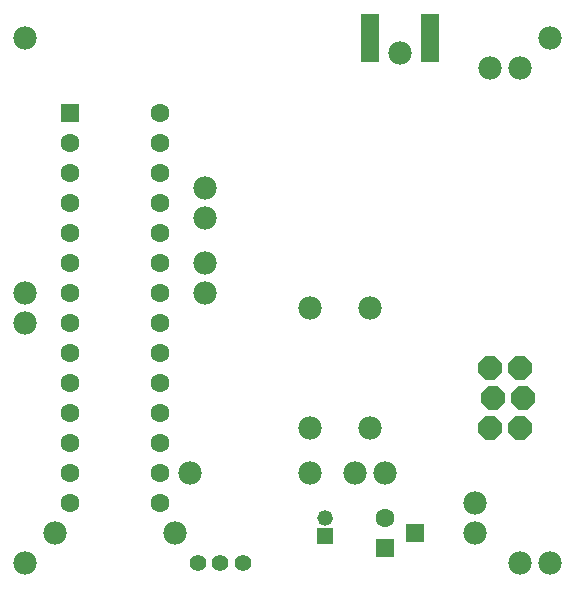
<source format=gbs>
G75*
G70*
%OFA0B0*%
%FSLAX24Y24*%
%IPPOS*%
%LPD*%
%AMOC8*
5,1,8,0,0,1.08239X$1,22.5*
%
%ADD10C,0.0555*%
%ADD11OC8,0.0780*%
%ADD12R,0.0640X0.1640*%
%ADD13C,0.0780*%
%ADD14R,0.0630X0.0630*%
%ADD15C,0.0630*%
%ADD16R,0.0520X0.0520*%
%ADD17C,0.0520*%
D10*
X007430Y002180D03*
X008180Y002180D03*
X008930Y002180D03*
D11*
X017180Y006680D03*
X017280Y007680D03*
X018280Y007680D03*
X018180Y006680D03*
X018180Y008680D03*
X017180Y008680D03*
D12*
X015180Y019680D03*
X013180Y019680D03*
D13*
X001680Y002180D03*
X002680Y003180D03*
X006680Y003180D03*
X007180Y005180D03*
X011180Y005180D03*
X011180Y006680D03*
X012680Y005180D03*
X013680Y005180D03*
X013180Y006680D03*
X016680Y004180D03*
X016680Y003180D03*
X018180Y002180D03*
X019180Y002180D03*
X013180Y010680D03*
X011180Y010680D03*
X007680Y011180D03*
X007680Y012180D03*
X007680Y013680D03*
X007680Y014680D03*
X001680Y011180D03*
X001680Y010180D03*
X001680Y019680D03*
X014180Y019180D03*
X017180Y018680D03*
X018180Y018680D03*
X019180Y019680D03*
D14*
X003180Y017180D03*
X014680Y003180D03*
X013680Y002680D03*
D15*
X013680Y003680D03*
X006180Y004180D03*
X006180Y005180D03*
X006180Y006180D03*
X006180Y007180D03*
X006180Y008180D03*
X006180Y009180D03*
X006180Y010180D03*
X006180Y011180D03*
X006180Y012180D03*
X006180Y013180D03*
X006180Y014180D03*
X006180Y015180D03*
X006180Y016180D03*
X006180Y017180D03*
X003180Y016180D03*
X003180Y015180D03*
X003180Y014180D03*
X003180Y013180D03*
X003180Y012180D03*
X003180Y011180D03*
X003180Y010180D03*
X003180Y009180D03*
X003180Y008180D03*
X003180Y007180D03*
X003180Y006180D03*
X003180Y005180D03*
X003180Y004180D03*
D16*
X011680Y003090D03*
D17*
X011680Y003680D03*
M02*

</source>
